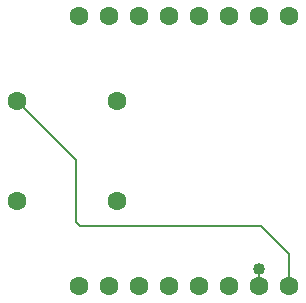
<source format=gbr>
G04 DipTrace 3.2.0.1*
G04 Bottom.gbr*
%MOIN*%
G04 #@! TF.FileFunction,Copper,L2,Bot*
G04 #@! TF.Part,Single*
G04 #@! TA.AperFunction,Conductor*
%ADD13C,0.006299*%
G04 #@! TA.AperFunction,ComponentPad*
%ADD15C,0.062992*%
G04 #@! TA.AperFunction,ViaPad*
%ADD22C,0.04*%
%FSLAX26Y26*%
G04*
G70*
G90*
G75*
G01*
G04 Bottom*
%LPD*%
X1276123Y447638D2*
D13*
Y505433D1*
X1276122D1*
X1376123Y447638D2*
Y553887D1*
X1281383Y648627D1*
X678093D1*
X665493Y661227D1*
Y867958D1*
X467081Y1066370D1*
D22*
X1276122Y505433D3*
D15*
X801147Y1066370D3*
Y732304D3*
X467081D3*
Y1066370D3*
X676123Y447638D3*
X776123D3*
X876123D3*
X976123D3*
X1076123D3*
X1176123D3*
X1276123D3*
X1376123D3*
Y1347638D3*
X1276123D3*
X1176123D3*
X1076123D3*
X976123D3*
X876123D3*
X776123D3*
X676123D3*
M02*

</source>
